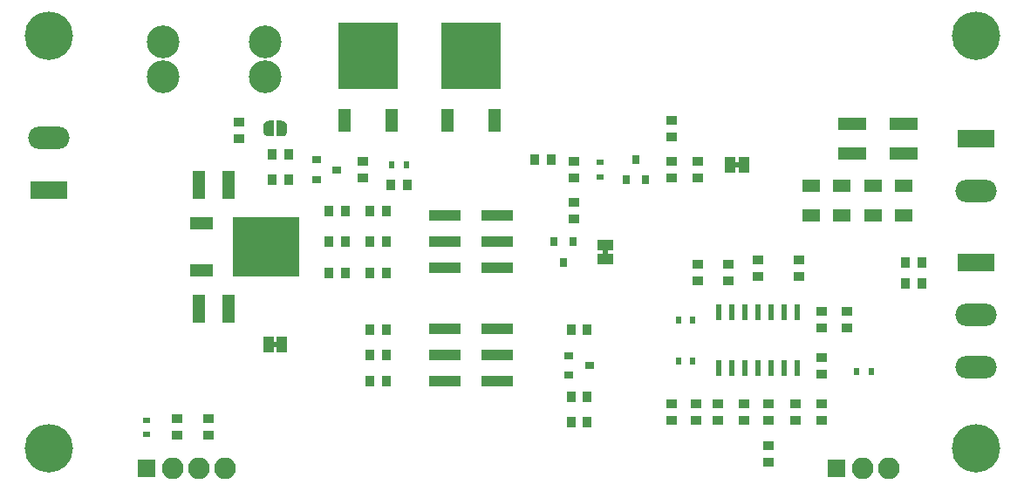
<source format=gts>
G04 #@! TF.GenerationSoftware,KiCad,Pcbnew,5.0.0-rc2-unknown-2cb65f9~65~ubuntu17.10.1*
G04 #@! TF.CreationDate,2018-06-03T22:05:48-07:00*
G04 #@! TF.ProjectId,charge_controller,6368617267655F636F6E74726F6C6C65,rev?*
G04 #@! TF.SameCoordinates,Original*
G04 #@! TF.FileFunction,Soldermask,Top*
G04 #@! TF.FilePolarity,Negative*
%FSLAX46Y46*%
G04 Gerber Fmt 4.6, Leading zero omitted, Abs format (unit mm)*
G04 Created by KiCad (PCBNEW 5.0.0-rc2-unknown-2cb65f9~65~ubuntu17.10.1) date Sun Jun  3 22:05:48 2018*
%MOMM*%
%LPD*%
G01*
G04 APERTURE LIST*
%ADD10R,3.150000X1.000000*%
%ADD11R,1.000000X0.820000*%
%ADD12R,3.600000X1.800000*%
%ADD13O,4.000000X2.200000*%
%ADD14R,1.700000X1.700000*%
%ADD15O,2.100000X2.100000*%
%ADD16R,0.600000X0.700000*%
%ADD17R,0.700000X0.600000*%
%ADD18R,0.800000X0.900000*%
%ADD19R,0.820000X1.000000*%
%ADD20R,1.800000X1.220000*%
%ADD21R,0.900000X0.800000*%
%ADD22C,3.180000*%
%ADD23R,1.220000X2.700000*%
%ADD24R,2.700000X1.220000*%
%ADD25R,1.000000X1.500000*%
%ADD26R,0.500000X0.600000*%
%ADD27R,1.500000X1.000000*%
%ADD28R,0.600000X0.500000*%
%ADD29C,0.100000*%
%ADD30C,1.000000*%
%ADD31R,0.500000X1.500000*%
%ADD32C,4.700000*%
%ADD33R,0.600000X1.500000*%
%ADD34R,1.200000X2.200000*%
%ADD35R,5.800000X6.400000*%
%ADD36R,2.200000X1.200000*%
%ADD37R,6.400000X5.800000*%
G04 APERTURE END LIST*
D10*
G04 #@! TO.C,J6*
X143475000Y-133460000D03*
X148525000Y-133460000D03*
X143475000Y-136000000D03*
X148525000Y-136000000D03*
X143475000Y-138540000D03*
X148525000Y-138540000D03*
G04 #@! TD*
G04 #@! TO.C,J3*
X143475000Y-122460000D03*
X148525000Y-122460000D03*
X143475000Y-125000000D03*
X148525000Y-125000000D03*
X143475000Y-127540000D03*
X148525000Y-127540000D03*
G04 #@! TD*
D11*
G04 #@! TO.C,L1*
X174835639Y-146350113D03*
X174835639Y-144750113D03*
G04 #@! TD*
G04 #@! TO.C,C8*
X174835639Y-142350113D03*
X174835639Y-140750113D03*
G04 #@! TD*
G04 #@! TO.C,C9*
X180000000Y-142350113D03*
X180000000Y-140750113D03*
G04 #@! TD*
D12*
G04 #@! TO.C,J5*
X195000000Y-127000000D03*
D13*
X195000000Y-132080000D03*
X195000000Y-137160000D03*
G04 #@! TD*
D14*
G04 #@! TO.C,J7*
X181460000Y-147000000D03*
D15*
X184000000Y-147000000D03*
X186540000Y-147000000D03*
G04 #@! TD*
D14*
G04 #@! TO.C,J1*
X114500000Y-147000000D03*
D15*
X117040000Y-147000000D03*
X119580000Y-147000000D03*
X122120000Y-147000000D03*
G04 #@! TD*
D16*
G04 #@! TO.C,D7*
X183435639Y-137550113D03*
X184835639Y-137550113D03*
G04 #@! TD*
D17*
G04 #@! TO.C,D6*
X158500000Y-117300000D03*
X158500000Y-118700000D03*
G04 #@! TD*
D16*
G04 #@! TO.C,D5*
X138300000Y-117500000D03*
X139700000Y-117500000D03*
G04 #@! TD*
D18*
G04 #@! TO.C,Q5*
X161050000Y-119000000D03*
X162950000Y-119000000D03*
X162000000Y-117000000D03*
G04 #@! TD*
D19*
G04 #@! TO.C,R24*
X157300000Y-133500000D03*
X155700000Y-133500000D03*
G04 #@! TD*
D11*
G04 #@! TO.C,R25*
X135500000Y-118800000D03*
X135500000Y-117200000D03*
G04 #@! TD*
D19*
G04 #@! TO.C,R26*
X136200000Y-136000000D03*
X137800000Y-136000000D03*
G04 #@! TD*
D11*
G04 #@! TO.C,R28*
X156000000Y-117200000D03*
X156000000Y-118800000D03*
G04 #@! TD*
G04 #@! TO.C,R29*
X120500000Y-143800000D03*
X120500000Y-142200000D03*
G04 #@! TD*
G04 #@! TO.C,R30*
X177835639Y-126750113D03*
X177835639Y-128350113D03*
G04 #@! TD*
G04 #@! TO.C,R31*
X177500000Y-140700000D03*
X177500000Y-142300000D03*
G04 #@! TD*
G04 #@! TO.C,R34*
X180000000Y-137800000D03*
X180000000Y-136200000D03*
G04 #@! TD*
D19*
G04 #@! TO.C,R37*
X188200000Y-129000000D03*
X189800000Y-129000000D03*
G04 #@! TD*
G04 #@! TO.C,R38*
X189800000Y-127000000D03*
X188200000Y-127000000D03*
G04 #@! TD*
G04 #@! TO.C,R27*
X152200000Y-117000000D03*
X153800000Y-117000000D03*
G04 #@! TD*
D20*
G04 #@! TO.C,R33*
X182000000Y-122430000D03*
X182000000Y-119570000D03*
G04 #@! TD*
G04 #@! TO.C,R32*
X179000000Y-119570000D03*
X179000000Y-122430000D03*
G04 #@! TD*
G04 #@! TO.C,R36*
X188000000Y-122430000D03*
X188000000Y-119570000D03*
G04 #@! TD*
G04 #@! TO.C,R35*
X185000000Y-119570000D03*
X185000000Y-122430000D03*
G04 #@! TD*
D11*
G04 #@! TO.C,C3*
X167835639Y-140750113D03*
X167835639Y-142350113D03*
G04 #@! TD*
G04 #@! TO.C,C4*
X168000000Y-128800000D03*
X168000000Y-127200000D03*
G04 #@! TD*
G04 #@! TO.C,C7*
X168000000Y-117200000D03*
X168000000Y-118800000D03*
G04 #@! TD*
G04 #@! TO.C,C21*
X173835639Y-126750113D03*
X173835639Y-128350113D03*
G04 #@! TD*
D21*
G04 #@! TO.C,Q3*
X131000000Y-117050000D03*
X131000000Y-118950000D03*
X133000000Y-118000000D03*
G04 #@! TD*
D11*
G04 #@! TO.C,R1*
X182500000Y-131750113D03*
X182500000Y-133350113D03*
G04 #@! TD*
G04 #@! TO.C,R2*
X180000000Y-131750113D03*
X180000000Y-133350113D03*
G04 #@! TD*
D19*
G04 #@! TO.C,R3*
X126700000Y-119000000D03*
X128300000Y-119000000D03*
G04 #@! TD*
G04 #@! TO.C,R4*
X132200000Y-128000000D03*
X133800000Y-128000000D03*
G04 #@! TD*
G04 #@! TO.C,R5*
X137800000Y-128000000D03*
X136200000Y-128000000D03*
G04 #@! TD*
G04 #@! TO.C,R6*
X126700000Y-116500000D03*
X128300000Y-116500000D03*
G04 #@! TD*
G04 #@! TO.C,R7*
X138200000Y-119500000D03*
X139800000Y-119500000D03*
G04 #@! TD*
G04 #@! TO.C,R8*
X132200000Y-122000000D03*
X133800000Y-122000000D03*
G04 #@! TD*
G04 #@! TO.C,R9*
X133800000Y-125000000D03*
X132200000Y-125000000D03*
G04 #@! TD*
G04 #@! TO.C,R10*
X136200000Y-125000000D03*
X137800000Y-125000000D03*
G04 #@! TD*
G04 #@! TO.C,R11*
X137800000Y-122000000D03*
X136200000Y-122000000D03*
G04 #@! TD*
D11*
G04 #@! TO.C,R12*
X165500000Y-113200000D03*
X165500000Y-114800000D03*
G04 #@! TD*
D19*
G04 #@! TO.C,R14*
X155700000Y-140000000D03*
X157300000Y-140000000D03*
G04 #@! TD*
G04 #@! TO.C,R16*
X136200000Y-133500000D03*
X137800000Y-133500000D03*
G04 #@! TD*
D11*
G04 #@! TO.C,R17*
X165500000Y-118800000D03*
X165500000Y-117200000D03*
G04 #@! TD*
G04 #@! TO.C,R18*
X117500000Y-142200000D03*
X117500000Y-143800000D03*
G04 #@! TD*
D19*
G04 #@! TO.C,R19*
X137800000Y-138500000D03*
X136200000Y-138500000D03*
G04 #@! TD*
G04 #@! TO.C,R20*
X157300000Y-142500000D03*
X155700000Y-142500000D03*
G04 #@! TD*
D11*
G04 #@! TO.C,R21*
X171000000Y-127200000D03*
X171000000Y-128800000D03*
G04 #@! TD*
G04 #@! TO.C,R22*
X165500000Y-140750113D03*
X165500000Y-142350113D03*
G04 #@! TD*
G04 #@! TO.C,R23*
X172500000Y-140750113D03*
X172500000Y-142350113D03*
G04 #@! TD*
G04 #@! TO.C,R47*
X156000000Y-121200000D03*
X156000000Y-122800000D03*
G04 #@! TD*
G04 #@! TO.C,R13*
X123500000Y-113400000D03*
X123500000Y-115000000D03*
G04 #@! TD*
G04 #@! TO.C,R15*
X170000000Y-142350113D03*
X170000000Y-140750113D03*
G04 #@! TD*
D22*
G04 #@! TO.C,F1*
X126000000Y-109000000D03*
X126000000Y-105600000D03*
X116080000Y-109000000D03*
X116080000Y-105600000D03*
G04 #@! TD*
D23*
G04 #@! TO.C,C1*
X119570000Y-119500000D03*
X122430000Y-119500000D03*
G04 #@! TD*
D24*
G04 #@! TO.C,C6*
X188000000Y-116430000D03*
X188000000Y-113570000D03*
G04 #@! TD*
G04 #@! TO.C,C5*
X183000000Y-113570000D03*
X183000000Y-116430000D03*
G04 #@! TD*
D23*
G04 #@! TO.C,C2*
X122430000Y-131500000D03*
X119570000Y-131500000D03*
G04 #@! TD*
D13*
G04 #@! TO.C,J2*
X105000000Y-114920000D03*
D12*
X105000000Y-120000000D03*
G04 #@! TD*
D13*
G04 #@! TO.C,J4*
X195000000Y-120080000D03*
D12*
X195000000Y-115000000D03*
G04 #@! TD*
D16*
G04 #@! TO.C,D2*
X167535639Y-136550113D03*
X166135639Y-136550113D03*
G04 #@! TD*
G04 #@! TO.C,D3*
X166135639Y-132550113D03*
X167535639Y-132550113D03*
G04 #@! TD*
D17*
G04 #@! TO.C,D4*
X114500000Y-143700000D03*
X114500000Y-142300000D03*
G04 #@! TD*
D25*
G04 #@! TO.C,L10*
X127650000Y-135000000D03*
X126350000Y-135000000D03*
D26*
X127000000Y-135000000D03*
G04 #@! TD*
D27*
G04 #@! TO.C,JP3*
X159000000Y-125350000D03*
X159000000Y-126650000D03*
D28*
X159000000Y-126000000D03*
G04 #@! TD*
D26*
G04 #@! TO.C,JP4*
X171835639Y-117500000D03*
D25*
X172485639Y-117500000D03*
X171185639Y-117500000D03*
G04 #@! TD*
D29*
G04 #@! TO.C,JP1*
G36*
X127699010Y-113252408D02*
X127747546Y-113259607D01*
X127795143Y-113271530D01*
X127841343Y-113288060D01*
X127885699Y-113309039D01*
X127927786Y-113334265D01*
X127967198Y-113363495D01*
X128003554Y-113396447D01*
X128036506Y-113432803D01*
X128065736Y-113472215D01*
X128090962Y-113514302D01*
X128111941Y-113558658D01*
X128128471Y-113604858D01*
X128140394Y-113652455D01*
X128147593Y-113700991D01*
X128150001Y-113750000D01*
X128150001Y-114250000D01*
X128147593Y-114299009D01*
X128140394Y-114347545D01*
X128128471Y-114395142D01*
X128111941Y-114441342D01*
X128090962Y-114485698D01*
X128065736Y-114527785D01*
X128036506Y-114567197D01*
X128003554Y-114603553D01*
X127967198Y-114636505D01*
X127927786Y-114665735D01*
X127885699Y-114690961D01*
X127841343Y-114711940D01*
X127795143Y-114728470D01*
X127747546Y-114740393D01*
X127699010Y-114747592D01*
X127650001Y-114750000D01*
X127649999Y-114750000D01*
X127600990Y-114747592D01*
X127552454Y-114740393D01*
X127504857Y-114728470D01*
X127458657Y-114711940D01*
X127414301Y-114690961D01*
X127372214Y-114665735D01*
X127332802Y-114636505D01*
X127296446Y-114603553D01*
X127263494Y-114567197D01*
X127234264Y-114527785D01*
X127209038Y-114485698D01*
X127188059Y-114441342D01*
X127171529Y-114395142D01*
X127159606Y-114347545D01*
X127152407Y-114299009D01*
X127149999Y-114250000D01*
X127149999Y-113750000D01*
X127152407Y-113700991D01*
X127159606Y-113652455D01*
X127171529Y-113604858D01*
X127188059Y-113558658D01*
X127209038Y-113514302D01*
X127234264Y-113472215D01*
X127263494Y-113432803D01*
X127296446Y-113396447D01*
X127332802Y-113363495D01*
X127372214Y-113334265D01*
X127414301Y-113309039D01*
X127458657Y-113288060D01*
X127504857Y-113271530D01*
X127552454Y-113259607D01*
X127600990Y-113252408D01*
X127649999Y-113250000D01*
X127650001Y-113250000D01*
X127699010Y-113252408D01*
X127699010Y-113252408D01*
G37*
D30*
X127650000Y-114000000D03*
D29*
G36*
X126399010Y-113252408D02*
X126447546Y-113259607D01*
X126495143Y-113271530D01*
X126541343Y-113288060D01*
X126585699Y-113309039D01*
X126627786Y-113334265D01*
X126667198Y-113363495D01*
X126703554Y-113396447D01*
X126736506Y-113432803D01*
X126765736Y-113472215D01*
X126790962Y-113514302D01*
X126811941Y-113558658D01*
X126828471Y-113604858D01*
X126840394Y-113652455D01*
X126847593Y-113700991D01*
X126850001Y-113750000D01*
X126850001Y-114250000D01*
X126847593Y-114299009D01*
X126840394Y-114347545D01*
X126828471Y-114395142D01*
X126811941Y-114441342D01*
X126790962Y-114485698D01*
X126765736Y-114527785D01*
X126736506Y-114567197D01*
X126703554Y-114603553D01*
X126667198Y-114636505D01*
X126627786Y-114665735D01*
X126585699Y-114690961D01*
X126541343Y-114711940D01*
X126495143Y-114728470D01*
X126447546Y-114740393D01*
X126399010Y-114747592D01*
X126350001Y-114750000D01*
X126349999Y-114750000D01*
X126300990Y-114747592D01*
X126252454Y-114740393D01*
X126204857Y-114728470D01*
X126158657Y-114711940D01*
X126114301Y-114690961D01*
X126072214Y-114665735D01*
X126032802Y-114636505D01*
X125996446Y-114603553D01*
X125963494Y-114567197D01*
X125934264Y-114527785D01*
X125909038Y-114485698D01*
X125888059Y-114441342D01*
X125871529Y-114395142D01*
X125859606Y-114347545D01*
X125852407Y-114299009D01*
X125849999Y-114250000D01*
X125849999Y-113750000D01*
X125852407Y-113700991D01*
X125859606Y-113652455D01*
X125871529Y-113604858D01*
X125888059Y-113558658D01*
X125909038Y-113514302D01*
X125934264Y-113472215D01*
X125963494Y-113432803D01*
X125996446Y-113396447D01*
X126032802Y-113363495D01*
X126072214Y-113334265D01*
X126114301Y-113309039D01*
X126158657Y-113288060D01*
X126204857Y-113271530D01*
X126252454Y-113259607D01*
X126300990Y-113252408D01*
X126349999Y-113250000D01*
X126350001Y-113250000D01*
X126399010Y-113252408D01*
X126399010Y-113252408D01*
G37*
D30*
X126350000Y-114000000D03*
D31*
X126600000Y-114000000D03*
X127400000Y-114000000D03*
G04 #@! TD*
D32*
G04 #@! TO.C,MK1*
X105000000Y-105000000D03*
G04 #@! TD*
G04 #@! TO.C,MK2*
X195000000Y-105000000D03*
G04 #@! TD*
G04 #@! TO.C,MK3*
X105000000Y-145000000D03*
G04 #@! TD*
G04 #@! TO.C,MK4*
X195000000Y-145000000D03*
G04 #@! TD*
D33*
G04 #@! TO.C,U1*
X177645639Y-131850113D03*
X176375639Y-131850113D03*
X175105639Y-131850113D03*
X173835639Y-131850113D03*
X172565639Y-131850113D03*
X171295639Y-131850113D03*
X170025639Y-131850113D03*
X170025639Y-137250113D03*
X171295639Y-137250113D03*
X172565639Y-137250113D03*
X173835639Y-137250113D03*
X175105639Y-137250113D03*
X176375639Y-137250113D03*
X177645639Y-137250113D03*
G04 #@! TD*
D21*
G04 #@! TO.C,Q1*
X157500000Y-137000000D03*
X155500000Y-137950000D03*
X155500000Y-136050000D03*
G04 #@! TD*
D18*
G04 #@! TO.C,D1*
X155950000Y-125000000D03*
X154050000Y-125000000D03*
X155000000Y-127000000D03*
G04 #@! TD*
D34*
G04 #@! TO.C,Q2*
X133720000Y-113200000D03*
X138280000Y-113200000D03*
D35*
X136000000Y-106900000D03*
G04 #@! TD*
G04 #@! TO.C,Q4*
X146000000Y-106900000D03*
D34*
X148280000Y-113200000D03*
X143720000Y-113200000D03*
G04 #@! TD*
D36*
G04 #@! TO.C,U2*
X119800000Y-123220000D03*
X119800000Y-127780000D03*
D37*
X126100000Y-125500000D03*
G04 #@! TD*
M02*

</source>
